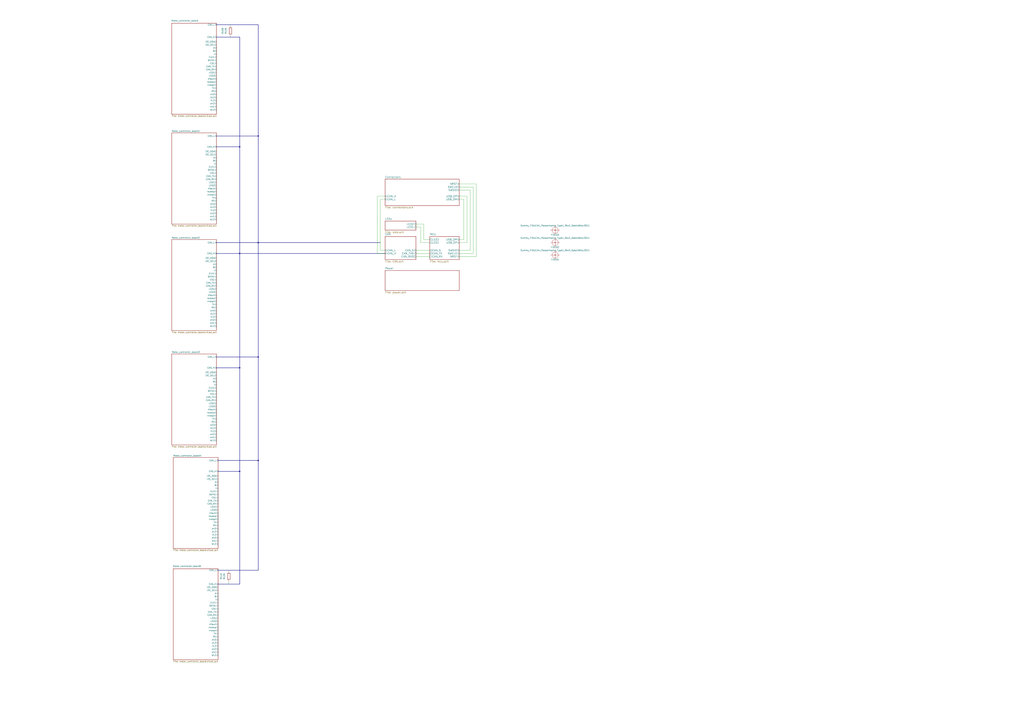
<source format=kicad_sch>
(kicad_sch
	(version 20231120)
	(generator "eeschema")
	(generator_version "8.0")
	(uuid "0d975edd-657e-4ffa-a06b-b9e7874b08d6")
	(paper "A1")
	(lib_symbols
		(symbol "Device:R"
			(pin_numbers hide)
			(pin_names
				(offset 0)
			)
			(exclude_from_sim no)
			(in_bom yes)
			(on_board yes)
			(property "Reference" "R"
				(at 2.032 0 90)
				(effects
					(font
						(size 1.27 1.27)
					)
				)
			)
			(property "Value" "R"
				(at 0 0 90)
				(effects
					(font
						(size 1.27 1.27)
					)
				)
			)
			(property "Footprint" ""
				(at -1.778 0 90)
				(effects
					(font
						(size 1.27 1.27)
					)
					(hide yes)
				)
			)
			(property "Datasheet" "~"
				(at 0 0 0)
				(effects
					(font
						(size 1.27 1.27)
					)
					(hide yes)
				)
			)
			(property "Description" "Resistor"
				(at 0 0 0)
				(effects
					(font
						(size 1.27 1.27)
					)
					(hide yes)
				)
			)
			(property "ki_keywords" "R res resistor"
				(at 0 0 0)
				(effects
					(font
						(size 1.27 1.27)
					)
					(hide yes)
				)
			)
			(property "ki_fp_filters" "R_*"
				(at 0 0 0)
				(effects
					(font
						(size 1.27 1.27)
					)
					(hide yes)
				)
			)
			(symbol "R_0_1"
				(rectangle
					(start -1.016 -2.54)
					(end 1.016 2.54)
					(stroke
						(width 0.254)
						(type default)
					)
					(fill
						(type none)
					)
				)
			)
			(symbol "R_1_1"
				(pin passive line
					(at 0 3.81 270)
					(length 1.27)
					(name "~"
						(effects
							(font
								(size 1.27 1.27)
							)
						)
					)
					(number "1"
						(effects
							(font
								(size 1.27 1.27)
							)
						)
					)
				)
				(pin passive line
					(at 0 -3.81 90)
					(length 1.27)
					(name "~"
						(effects
							(font
								(size 1.27 1.27)
							)
						)
					)
					(number "2"
						(effects
							(font
								(size 1.27 1.27)
							)
						)
					)
				)
			)
		)
		(symbol "candleLight-rescue:Dummy_FIDUCIAL_Passermarke_Type1_RevE_Date16Nov2011"
			(pin_numbers hide)
			(pin_names
				(offset 0) hide)
			(exclude_from_sim no)
			(in_bom yes)
			(on_board yes)
			(property "Reference" "FID"
				(at 0 3.81 0)
				(effects
					(font
						(size 1.27 1.27)
					)
				)
			)
			(property "Value" "Dummy_FIDUCIAL_Passermarke_Type1_RevE_Date16Nov2011"
				(at 0 -3.81 0)
				(effects
					(font
						(size 1.27 1.27)
					)
				)
			)
			(property "Footprint" ""
				(at 0 0 0)
				(effects
					(font
						(size 1.27 1.27)
					)
				)
			)
			(property "Datasheet" ""
				(at 0 0 0)
				(effects
					(font
						(size 1.27 1.27)
					)
				)
			)
			(property "Description" ""
				(at 0 0 0)
				(effects
					(font
						(size 1.27 1.27)
					)
					(hide yes)
				)
			)
			(property "Field5" ""
				(at 0 0 0)
				(effects
					(font
						(size 1.27 1.27)
					)
					(hide yes)
				)
			)
			(symbol "Dummy_FIDUCIAL_Passermarke_Type1_RevE_Date16Nov2011_0_1"
				(polyline
					(pts
						(xy -3.81 0) (xy 3.81 0)
					)
					(stroke
						(width 0)
						(type solid)
					)
					(fill
						(type none)
					)
				)
				(polyline
					(pts
						(xy 0 3.81) (xy 0 -3.81)
					)
					(stroke
						(width 0)
						(type solid)
					)
					(fill
						(type none)
					)
				)
				(circle
					(center 0 0)
					(radius 2.54)
					(stroke
						(width 0)
						(type solid)
					)
					(fill
						(type none)
					)
				)
			)
			(symbol "Dummy_FIDUCIAL_Passermarke_Type1_RevE_Date16Nov2011_1_1"
				(pin no_connect line
					(at 0 0 0)
					(length 0)
					(name "~"
						(effects
							(font
								(size 0.127 0.127)
							)
						)
					)
					(number "~"
						(effects
							(font
								(size 0.127 0.127)
							)
						)
					)
				)
			)
		)
	)
	(junction
		(at 212.09 378.46)
		(diameter 0)
		(color 0 0 0 0)
		(uuid "35623076-9986-42c0-8a1c-24f0aec52d95")
	)
	(junction
		(at 196.85 208.28)
		(diameter 0)
		(color 0 0 0 0)
		(uuid "3d5ab095-dcb1-48a7-89fd-eb1a1d8fcbdf")
	)
	(junction
		(at 212.09 293.37)
		(diameter 0)
		(color 0 0 0 0)
		(uuid "7936ea82-fc3f-4c7a-8f1a-5909be9da85b")
	)
	(junction
		(at 196.85 302.26)
		(diameter 0)
		(color 0 0 0 0)
		(uuid "945879af-3edb-4950-91ea-2a0d681ffcc7")
	)
	(junction
		(at 212.09 199.39)
		(diameter 0)
		(color 0 0 0 0)
		(uuid "9644f611-aae5-43e0-9b9f-7a66da31763d")
	)
	(junction
		(at 212.09 111.76)
		(diameter 0)
		(color 0 0 0 0)
		(uuid "bf09e5a2-dd05-42e1-a079-1cf754d38e50")
	)
	(junction
		(at 196.85 120.65)
		(diameter 0)
		(color 0 0 0 0)
		(uuid "c303975c-d855-4b72-bfdc-f3f0f80ff9d7")
	)
	(junction
		(at 196.85 387.35)
		(diameter 0)
		(color 0 0 0 0)
		(uuid "f2c3ab3c-3228-4b54-ae81-63edd86497a4")
	)
	(bus
		(pts
			(xy 212.09 199.39) (xy 312.42 199.39)
		)
		(stroke
			(width 0)
			(type default)
		)
		(uuid "085fa680-2665-4504-8c50-04681cf1b39f")
	)
	(wire
		(pts
			(xy 383.54 199.39) (xy 383.54 161.29)
		)
		(stroke
			(width 0)
			(type default)
		)
		(uuid "0b8dcf04-a1aa-4f0e-81cb-76007e84a2a6")
	)
	(bus
		(pts
			(xy 212.09 20.32) (xy 212.09 111.76)
		)
		(stroke
			(width 0)
			(type default)
		)
		(uuid "15d768b2-4fd7-4ee6-a5cc-5b1b02478522")
	)
	(bus
		(pts
			(xy 212.09 111.76) (xy 212.09 199.39)
		)
		(stroke
			(width 0)
			(type default)
		)
		(uuid "21711759-5646-4376-9471-5e459295a093")
	)
	(wire
		(pts
			(xy 381 196.85) (xy 377.19 196.85)
		)
		(stroke
			(width 0)
			(type default)
		)
		(uuid "238af596-64a2-49f5-af13-4da55e008133")
	)
	(wire
		(pts
			(xy 391.16 151.13) (xy 377.19 151.13)
		)
		(stroke
			(width 0)
			(type default)
		)
		(uuid "2b2a4286-33f5-458c-b0e9-eb392aedda00")
	)
	(wire
		(pts
			(xy 386.08 205.74) (xy 377.19 205.74)
		)
		(stroke
			(width 0)
			(type default)
		)
		(uuid "2f6b64f3-59c5-431e-b15f-5b744876729b")
	)
	(wire
		(pts
			(xy 341.63 210.82) (xy 353.06 210.82)
		)
		(stroke
			(width 0)
			(type default)
		)
		(uuid "2ff54b90-db09-4447-baa6-30a7d657feb0")
	)
	(wire
		(pts
			(xy 353.06 196.85) (xy 347.98 196.85)
		)
		(stroke
			(width 0)
			(type default)
		)
		(uuid "354aaf51-bbb5-47de-830c-c05086922667")
	)
	(wire
		(pts
			(xy 309.88 161.29) (xy 316.23 161.29)
		)
		(stroke
			(width 0)
			(type default)
		)
		(uuid "37907e2f-9336-420c-ab4d-e62138008442")
	)
	(bus
		(pts
			(xy 212.09 378.46) (xy 179.07 378.46)
		)
		(stroke
			(width 0)
			(type default)
		)
		(uuid "3a40cfe7-9568-4d02-9cd0-17ee6868c7ed")
	)
	(wire
		(pts
			(xy 189.23 20.32) (xy 189.23 21.59)
		)
		(stroke
			(width 0)
			(type default)
		)
		(uuid "443f8d9d-c04e-4c28-8038-3d266761e71e")
	)
	(bus
		(pts
			(xy 196.85 120.65) (xy 196.85 208.28)
		)
		(stroke
			(width 0)
			(type default)
		)
		(uuid "4db4e2bb-bb51-4738-a7b3-dc81192639e4")
	)
	(bus
		(pts
			(xy 196.85 208.28) (xy 316.23 208.28)
		)
		(stroke
			(width 0)
			(type default)
		)
		(uuid "53b53a72-d8c0-4d25-9049-37bcd5b05ab2")
	)
	(wire
		(pts
			(xy 345.44 186.69) (xy 341.63 186.69)
		)
		(stroke
			(width 0)
			(type default)
		)
		(uuid "570d65c1-fab0-4434-aee8-984be6d941b2")
	)
	(wire
		(pts
			(xy 377.19 210.82) (xy 391.16 210.82)
		)
		(stroke
			(width 0)
			(type default)
		)
		(uuid "5a7cc13a-bff3-456d-b536-ef7cf9c89ad7")
	)
	(wire
		(pts
			(xy 377.19 199.39) (xy 383.54 199.39)
		)
		(stroke
			(width 0)
			(type default)
		)
		(uuid "60f3902a-4bbe-434c-b3ce-30bf10444c8e")
	)
	(wire
		(pts
			(xy 391.16 210.82) (xy 391.16 151.13)
		)
		(stroke
			(width 0)
			(type default)
		)
		(uuid "67daf649-c908-45a3-97d7-b08f6b49c013")
	)
	(bus
		(pts
			(xy 177.8 30.48) (xy 196.85 30.48)
		)
		(stroke
			(width 0)
			(type default)
		)
		(uuid "6e56df5e-92b2-432c-ba74-d887e6869eef")
	)
	(wire
		(pts
			(xy 347.98 184.15) (xy 341.63 184.15)
		)
		(stroke
			(width 0)
			(type default)
		)
		(uuid "749c28da-3616-48d5-b3f4-aadf890c6a7b")
	)
	(bus
		(pts
			(xy 212.09 293.37) (xy 212.09 378.46)
		)
		(stroke
			(width 0)
			(type default)
		)
		(uuid "79bb6335-713e-4f6c-a17f-fd188a6eed18")
	)
	(wire
		(pts
			(xy 341.63 208.28) (xy 353.06 208.28)
		)
		(stroke
			(width 0)
			(type default)
		)
		(uuid "81c132fd-89e8-4408-8912-1ac69521da77")
	)
	(wire
		(pts
			(xy 187.96 477.52) (xy 187.96 480.06)
		)
		(stroke
			(width 0)
			(type default)
		)
		(uuid "87425597-d79b-4081-a8f1-4e9dc2ae9efe")
	)
	(bus
		(pts
			(xy 179.07 468.63) (xy 212.09 468.63)
		)
		(stroke
			(width 0)
			(type default)
		)
		(uuid "88d28375-c522-4671-b2d7-47594dbf8262")
	)
	(wire
		(pts
			(xy 187.96 468.63) (xy 187.96 469.9)
		)
		(stroke
			(width 0)
			(type default)
		)
		(uuid "8a569eb9-e75d-4bca-8ae2-9805d557b303")
	)
	(wire
		(pts
			(xy 345.44 199.39) (xy 345.44 186.69)
		)
		(stroke
			(width 0)
			(type default)
		)
		(uuid "8a8e52fc-e0e6-450d-9ae9-0e8c1940a468")
	)
	(wire
		(pts
			(xy 383.54 161.29) (xy 377.19 161.29)
		)
		(stroke
			(width 0)
			(type default)
		)
		(uuid "8b484edd-7db5-4f97-964c-b2ca6ba497a8")
	)
	(wire
		(pts
			(xy 347.98 196.85) (xy 347.98 184.15)
		)
		(stroke
			(width 0)
			(type default)
		)
		(uuid "92723eec-95e5-4303-8afc-fea9df204dbf")
	)
	(wire
		(pts
			(xy 381 163.83) (xy 377.19 163.83)
		)
		(stroke
			(width 0)
			(type default)
		)
		(uuid "9f1a5ba4-2a95-4da6-99ce-aa382a555dd5")
	)
	(wire
		(pts
			(xy 377.19 156.21) (xy 386.08 156.21)
		)
		(stroke
			(width 0)
			(type default)
		)
		(uuid "a3e72fed-a4bc-4b5d-96f4-b87375d886de")
	)
	(bus
		(pts
			(xy 196.85 208.28) (xy 196.85 302.26)
		)
		(stroke
			(width 0)
			(type default)
		)
		(uuid "a6663ee4-ef5a-4e2b-86d6-12fcafda6c65")
	)
	(wire
		(pts
			(xy 381 196.85) (xy 381 163.83)
		)
		(stroke
			(width 0)
			(type default)
		)
		(uuid "aaffe0b8-7b10-4528-b2fe-997ef3837246")
	)
	(wire
		(pts
			(xy 312.42 205.74) (xy 316.23 205.74)
		)
		(stroke
			(width 0)
			(type default)
		)
		(uuid "b310b88d-5159-4183-baea-86a1df4b259f")
	)
	(wire
		(pts
			(xy 316.23 208.28) (xy 309.88 208.28)
		)
		(stroke
			(width 0)
			(type default)
		)
		(uuid "b84962e8-102f-460a-a9f5-16b7d3ceab14")
	)
	(bus
		(pts
			(xy 212.09 378.46) (xy 212.09 468.63)
		)
		(stroke
			(width 0)
			(type default)
		)
		(uuid "ba793f0a-4024-4745-a218-d2f34c45cbac")
	)
	(wire
		(pts
			(xy 309.88 208.28) (xy 309.88 161.29)
		)
		(stroke
			(width 0)
			(type default)
		)
		(uuid "ba9a443c-36cf-4eea-bccf-390fa9a86e92")
	)
	(wire
		(pts
			(xy 386.08 156.21) (xy 386.08 205.74)
		)
		(stroke
			(width 0)
			(type default)
		)
		(uuid "c1570108-1164-4a4d-9807-352c634bcde7")
	)
	(wire
		(pts
			(xy 388.62 208.28) (xy 377.19 208.28)
		)
		(stroke
			(width 0)
			(type default)
		)
		(uuid "c8015c9c-395e-44d6-bb49-722e2c7d7082")
	)
	(bus
		(pts
			(xy 212.09 199.39) (xy 212.09 293.37)
		)
		(stroke
			(width 0)
			(type default)
		)
		(uuid "c8966624-2daf-44ab-9256-d753ce8374c5")
	)
	(bus
		(pts
			(xy 177.8 20.32) (xy 212.09 20.32)
		)
		(stroke
			(width 0)
			(type default)
		)
		(uuid "cae4e503-d73e-4ad5-a008-9c8bcf882271")
	)
	(bus
		(pts
			(xy 212.09 111.76) (xy 177.8 111.76)
		)
		(stroke
			(width 0)
			(type default)
		)
		(uuid "d0359d4b-58be-428f-bce1-e74fdef7e050")
	)
	(wire
		(pts
			(xy 388.62 153.67) (xy 377.19 153.67)
		)
		(stroke
			(width 0)
			(type default)
		)
		(uuid "d14216b1-7cfb-4538-ba1e-63068e97db4a")
	)
	(wire
		(pts
			(xy 189.23 29.21) (xy 189.23 30.48)
		)
		(stroke
			(width 0)
			(type default)
		)
		(uuid "dd77b355-5d5f-4ca3-9e28-7d8784b11edd")
	)
	(bus
		(pts
			(xy 179.07 480.06) (xy 196.85 480.06)
		)
		(stroke
			(width 0)
			(type default)
		)
		(uuid "e288d89d-596f-4b1d-a265-4e5e91fd3438")
	)
	(wire
		(pts
			(xy 341.63 205.74) (xy 353.06 205.74)
		)
		(stroke
			(width 0)
			(type default)
		)
		(uuid "e3df6f19-4576-467a-89d8-e377b55ee89f")
	)
	(bus
		(pts
			(xy 196.85 302.26) (xy 196.85 387.35)
		)
		(stroke
			(width 0)
			(type default)
		)
		(uuid "e43cb70c-17de-4367-a259-c1a47f37e906")
	)
	(bus
		(pts
			(xy 212.09 293.37) (xy 177.8 293.37)
		)
		(stroke
			(width 0)
			(type default)
		)
		(uuid "e5f668e8-b2b4-491f-b474-64917f74aced")
	)
	(bus
		(pts
			(xy 196.85 208.28) (xy 177.8 208.28)
		)
		(stroke
			(width 0)
			(type default)
		)
		(uuid "e66f4bde-e333-4770-afbb-27f8e0c07b7c")
	)
	(bus
		(pts
			(xy 196.85 302.26) (xy 177.8 302.26)
		)
		(stroke
			(width 0)
			(type default)
		)
		(uuid "ec8b9325-c64d-40af-8145-0abff575c4dc")
	)
	(wire
		(pts
			(xy 312.42 163.83) (xy 316.23 163.83)
		)
		(stroke
			(width 0)
			(type default)
		)
		(uuid "ecbdc66c-cb91-4efc-9455-0add0a1ffe6c")
	)
	(bus
		(pts
			(xy 196.85 30.48) (xy 196.85 120.65)
		)
		(stroke
			(width 0)
			(type default)
		)
		(uuid "ee2ba97d-6a41-47f8-bc1f-1d559de481fc")
	)
	(wire
		(pts
			(xy 388.62 208.28) (xy 388.62 153.67)
		)
		(stroke
			(width 0)
			(type default)
		)
		(uuid "f0f5876b-c5b7-48bf-ab19-887df7e2cd34")
	)
	(wire
		(pts
			(xy 312.42 205.74) (xy 312.42 163.83)
		)
		(stroke
			(width 0)
			(type default)
		)
		(uuid "f316e539-9ffe-445f-8830-d1edc913b6f4")
	)
	(bus
		(pts
			(xy 177.8 199.39) (xy 212.09 199.39)
		)
		(stroke
			(width 0)
			(type default)
		)
		(uuid "f5e53322-141a-4e27-9348-3a5f697c0026")
	)
	(bus
		(pts
			(xy 196.85 120.65) (xy 177.8 120.65)
		)
		(stroke
			(width 0)
			(type default)
		)
		(uuid "f60c0267-8e7b-4628-9739-0a3270c14ff2")
	)
	(wire
		(pts
			(xy 353.06 199.39) (xy 345.44 199.39)
		)
		(stroke
			(width 0)
			(type default)
		)
		(uuid "fe864c2f-c1c6-4039-8104-7d515c8a892e")
	)
	(bus
		(pts
			(xy 196.85 387.35) (xy 196.85 480.06)
		)
		(stroke
			(width 0)
			(type default)
		)
		(uuid "ff2fb8ab-6550-4729-ba5a-00f53206a9d1")
	)
	(bus
		(pts
			(xy 196.85 387.35) (xy 179.07 387.35)
		)
		(stroke
			(width 0)
			(type default)
		)
		(uuid "ffb92649-f077-4691-afbc-35519bbb9382")
	)
	(symbol
		(lib_id "candleLight-rescue:Dummy_FIDUCIAL_Passermarke_Type1_RevE_Date16Nov2011")
		(at 455.93 209.55 180)
		(unit 1)
		(exclude_from_sim no)
		(in_bom yes)
		(on_board yes)
		(dnp no)
		(uuid "00000000-0000-0000-0000-000056fc5cd2")
		(property "Reference" "FID101"
			(at 455.93 213.36 0)
			(effects
				(font
					(size 1.27 1.27)
				)
			)
		)
		(property "Value" "Dummy_FIDUCIAL_Passermarke_Type1_RevE_Date16Nov2011"
			(at 455.93 205.74 0)
			(effects
				(font
					(size 1.27 1.27)
				)
			)
		)
		(property "Footprint" "Fiducials:Fiducial_1mm_Dia_2.54mm_Outer_CopperTop"
			(at 455.93 209.55 0)
			(effects
				(font
					(size 1.27 1.27)
				)
				(hide yes)
			)
		)
		(property "Datasheet" ""
			(at 455.93 209.55 0)
			(effects
				(font
					(size 1.27 1.27)
				)
			)
		)
		(property "Description" ""
			(at 455.93 209.55 0)
			(effects
				(font
					(size 1.27 1.27)
				)
				(hide yes)
			)
		)
		(pin "~"
			(uuid "826e85db-7adb-491e-a30f-0d1f80beb538")
		)
		(instances
			(project ""
				(path "/a7c5f877-da93-493b-a81a-835318e2a893"
					(reference "FID101")
					(unit 1)
				)
			)
		)
	)
	(symbol
		(lib_id "candleLight-rescue:Dummy_FIDUCIAL_Passermarke_Type1_RevE_Date16Nov2011")
		(at 455.93 199.39 180)
		(unit 1)
		(exclude_from_sim no)
		(in_bom yes)
		(on_board yes)
		(dnp no)
		(uuid "00000000-0000-0000-0000-000056fc5dc9")
		(property "Reference" "FID102"
			(at 455.93 203.2 0)
			(effects
				(font
					(size 1.27 1.27)
				)
			)
		)
		(property "Value" "Dummy_FIDUCIAL_Passermarke_Type1_RevE_Date16Nov2011"
			(at 455.93 195.58 0)
			(effects
				(font
					(size 1.27 1.27)
				)
			)
		)
		(property "Footprint" "Fiducials:Fiducial_1mm_Dia_2.54mm_Outer_CopperTop"
			(at 455.93 199.39 0)
			(effects
				(font
					(size 1.27 1.27)
				)
				(hide yes)
			)
		)
		(property "Datasheet" ""
			(at 455.93 199.39 0)
			(effects
				(font
					(size 1.27 1.27)
				)
			)
		)
		(property "Description" ""
			(at 455.93 199.39 0)
			(effects
				(font
					(size 1.27 1.27)
				)
				(hide yes)
			)
		)
		(pin "~"
			(uuid "526db8f1-a3ea-4401-b0e5-4ae527d84fc8")
		)
		(instances
			(project ""
				(path "/a7c5f877-da93-493b-a81a-835318e2a893"
					(reference "FID102")
					(unit 1)
				)
			)
		)
	)
	(symbol
		(lib_id "candleLight-rescue:Dummy_FIDUCIAL_Passermarke_Type1_RevE_Date16Nov2011")
		(at 455.93 189.23 180)
		(unit 1)
		(exclude_from_sim no)
		(in_bom yes)
		(on_board yes)
		(dnp no)
		(uuid "00000000-0000-0000-0000-000056fc6d4e")
		(property "Reference" "FID103"
			(at 455.93 193.04 0)
			(effects
				(font
					(size 1.27 1.27)
				)
			)
		)
		(property "Value" "Dummy_FIDUCIAL_Passermarke_Type1_RevE_Date16Nov2011"
			(at 455.93 185.42 0)
			(effects
				(font
					(size 1.27 1.27)
				)
			)
		)
		(property "Footprint" "Fiducials:Fiducial_1mm_Dia_2.54mm_Outer_CopperTop"
			(at 455.93 189.23 0)
			(effects
				(font
					(size 1.27 1.27)
				)
				(hide yes)
			)
		)
		(property "Datasheet" ""
			(at 455.93 189.23 0)
			(effects
				(font
					(size 1.27 1.27)
				)
			)
		)
		(property "Description" ""
			(at 455.93 189.23 0)
			(effects
				(font
					(size 1.27 1.27)
				)
				(hide yes)
			)
		)
		(pin "~"
			(uuid "3f12f191-ad58-4114-ba21-0b3a6483b147")
		)
		(instances
			(project ""
				(path "/a7c5f877-da93-493b-a81a-835318e2a893"
					(reference "FID103")
					(unit 1)
				)
			)
		)
	)
	(symbol
		(lib_id "Device:R")
		(at 189.23 25.4 180)
		(unit 1)
		(exclude_from_sim no)
		(in_bom yes)
		(on_board yes)
		(dnp no)
		(fields_autoplaced yes)
		(uuid "25569756-6f6e-4e86-ad91-8dbe83be6be3")
		(property "Reference" "R109"
			(at 182.88 25.4 90)
			(effects
				(font
					(size 1.27 1.27)
				)
			)
		)
		(property "Value" "R120"
			(at 185.42 25.4 90)
			(effects
				(font
					(size 1.27 1.27)
				)
			)
		)
		(property "Footprint" ""
			(at 191.008 25.4 90)
			(effects
				(font
					(size 1.27 1.27)
				)
				(hide yes)
			)
		)
		(property "Datasheet" "~"
			(at 189.23 25.4 0)
			(effects
				(font
					(size 1.27 1.27)
				)
				(hide yes)
			)
		)
		(property "Description" "Resistor"
			(at 189.23 25.4 0)
			(effects
				(font
					(size 1.27 1.27)
				)
				(hide yes)
			)
		)
		(pin "2"
			(uuid "1fb26754-211a-4c92-a2fc-b0d49a125040")
		)
		(pin "1"
			(uuid "1936444f-96ca-400f-943b-f016ba840c8c")
		)
		(instances
			(project ""
				(path "/0d975edd-657e-4ffa-a06b-b9e7874b08d6"
					(reference "R109")
					(unit 1)
				)
			)
		)
	)
	(symbol
		(lib_id "Device:R")
		(at 187.96 473.71 180)
		(unit 1)
		(exclude_from_sim no)
		(in_bom yes)
		(on_board yes)
		(dnp no)
		(fields_autoplaced yes)
		(uuid "d97d5b79-7408-4f65-926a-90ebd9f3f529")
		(property "Reference" "R110"
			(at 181.61 473.71 90)
			(effects
				(font
					(size 1.27 1.27)
				)
			)
		)
		(property "Value" "R120"
			(at 184.15 473.71 90)
			(effects
				(font
					(size 1.27 1.27)
				)
			)
		)
		(property "Footprint" ""
			(at 189.738 473.71 90)
			(effects
				(font
					(size 1.27 1.27)
				)
				(hide yes)
			)
		)
		(property "Datasheet" "~"
			(at 187.96 473.71 0)
			(effects
				(font
					(size 1.27 1.27)
				)
				(hide yes)
			)
		)
		(property "Description" "Resistor"
			(at 187.96 473.71 0)
			(effects
				(font
					(size 1.27 1.27)
				)
				(hide yes)
			)
		)
		(pin "2"
			(uuid "60f92b90-6f8b-47b7-833c-4cdf61146717")
		)
		(pin "1"
			(uuid "bef7a100-d98d-4be0-927e-a349930da6aa")
		)
		(instances
			(project "Controllers"
				(path "/0d975edd-657e-4ffa-a06b-b9e7874b08d6"
					(reference "R110")
					(unit 1)
				)
			)
		)
	)
	(sheet
		(at 353.06 194.31)
		(size 24.13 19.05)
		(fields_autoplaced yes)
		(stroke
			(width 0)
			(type solid)
		)
		(fill
			(color 0 0 0 0.0000)
		)
		(uuid "00000000-0000-0000-0000-000056f3b16b")
		(property "Sheetname" "MCU"
			(at 353.06 193.4714 0)
			(effects
				(font
					(size 1.524 1.524)
				)
				(justify left bottom)
			)
		)
		(property "Sheetfile" "mcu.sch"
			(at 353.06 214.0462 0)
			(effects
				(font
					(size 1.524 1.524)
				)
				(justify left top)
			)
		)
		(pin "NRST" bidirectional
			(at 377.19 210.82 0)
			(effects
				(font
					(size 1.524 1.524)
				)
				(justify right)
			)
			(uuid "6208ce85-2766-404b-95be-9a533af094e1")
		)
		(pin "SWCLK" input
			(at 377.19 208.28 0)
			(effects
				(font
					(size 1.524 1.524)
				)
				(justify right)
			)
			(uuid "367d53ca-e12f-4e4f-b939-040e76a4cc65")
		)
		(pin "SWDIO" bidirectional
			(at 377.19 205.74 0)
			(effects
				(font
					(size 1.524 1.524)
				)
				(justify right)
			)
			(uuid "b3c16861-fb5d-4377-a8a4-5adb3fb45c6e")
		)
		(pin "USB_DP" bidirectional
			(at 377.19 199.39 0)
			(effects
				(font
					(size 1.524 1.524)
				)
				(justify right)
			)
			(uuid "ae9eb28a-69e7-445d-89ea-0a3b3e32144f")
		)
		(pin "USB_DM" bidirectional
			(at 377.19 196.85 0)
			(effects
				(font
					(size 1.524 1.524)
				)
				(justify right)
			)
			(uuid "746ad7f7-2796-4fce-9c52-db7a747e62b5")
		)
		(pin "CAN_TX" output
			(at 353.06 208.28 180)
			(effects
				(font
					(size 1.524 1.524)
				)
				(justify left)
			)
			(uuid "51436218-f56f-47aa-a760-a6637a9dc963")
		)
		(pin "LED2" output
			(at 353.06 196.85 180)
			(effects
				(font
					(size 1.524 1.524)
				)
				(justify left)
			)
			(uuid "1baee1a0-7dad-452f-9e16-06dc2c371cd2")
		)
		(pin "LED1" output
			(at 353.06 199.39 180)
			(effects
				(font
					(size 1.524 1.524)
				)
				(justify left)
			)
			(uuid "206fef79-371b-455f-a47e-a0894597ced2")
		)
		(pin "CAN_S" output
			(at 353.06 205.74 180)
			(effects
				(font
					(size 1.524 1.524)
				)
				(justify left)
			)
			(uuid "73e17dca-168c-437b-8ed3-6d04dca9fa8b")
		)
		(pin "CAN_RX" input
			(at 353.06 210.82 180)
			(effects
				(font
					(size 1.524 1.524)
				)
				(justify left)
			)
			(uuid "9237c737-a98b-44fe-a77d-0b19b3a358e8")
		)
		(instances
			(project "candleLight"
				(path "/a7c5f877-da93-493b-a81a-835318e2a893"
					(page "3")
				)
			)
		)
	)
	(sheet
		(at 316.23 222.25)
		(size 60.96 16.51)
		(fields_autoplaced yes)
		(stroke
			(width 0)
			(type solid)
		)
		(fill
			(color 0 0 0 0.0000)
		)
		(uuid "00000000-0000-0000-0000-000056f3b1a0")
		(property "Sheetname" "Power"
			(at 316.23 221.4114 0)
			(effects
				(font
					(size 1.524 1.524)
				)
				(justify left bottom)
			)
		)
		(property "Sheetfile" "power.sch"
			(at 316.23 239.4462 0)
			(effects
				(font
					(size 1.524 1.524)
				)
				(justify left top)
			)
		)
		(instances
			(project "candleLight"
				(path "/a7c5f877-da93-493b-a81a-835318e2a893"
					(page "2")
				)
			)
		)
	)
	(sheet
		(at 316.23 194.31)
		(size 25.4 19.05)
		(fields_autoplaced yes)
		(stroke
			(width 0)
			(type solid)
		)
		(fill
			(color 0 0 0 0.0000)
		)
		(uuid "00000000-0000-0000-0000-000056f3b1ac")
		(property "Sheetname" "CAN"
			(at 316.23 193.4714 0)
			(effects
				(font
					(size 1.524 1.524)
				)
				(justify left bottom)
			)
		)
		(property "Sheetfile" "CAN.sch"
			(at 316.23 214.0462 0)
			(effects
				(font
					(size 1.524 1.524)
				)
				(justify left top)
			)
		)
		(pin "CAN_TXD" input
			(at 341.63 208.28 0)
			(effects
				(font
					(size 1.524 1.524)
				)
				(justify right)
			)
			(uuid "51608490-d915-4bcd-9c5a-e2d153e457b7")
		)
		(pin "CAN_RXD" output
			(at 341.63 210.82 0)
			(effects
				(font
					(size 1.524 1.524)
				)
				(justify right)
			)
			(uuid "65e94846-5d88-4db4-84a4-229aa4738731")
		)
		(pin "CAN_S" input
			(at 341.63 205.74 0)
			(effects
				(font
					(size 1.524 1.524)
				)
				(justify right)
			)
			(uuid "13da94f9-73cc-4365-a66d-4c79fd91628b")
		)
		(pin "CAN_H" bidirectional
			(at 316.23 208.28 180)
			(effects
				(font
					(size 1.524 1.524)
				)
				(justify left)
			)
			(uuid "2749fb63-38a8-4be1-9b3a-2ff3a6cd9f59")
		)
		(pin "CAN_L" bidirectional
			(at 316.23 205.74 180)
			(effects
				(font
					(size 1.524 1.524)
				)
				(justify left)
			)
			(uuid "60396325-4d52-477b-9491-d85aec5542d6")
		)
		(instances
			(project "candleLight"
				(path "/a7c5f877-da93-493b-a81a-835318e2a893"
					(page "5")
				)
			)
		)
	)
	(sheet
		(at 316.23 147.32)
		(size 60.96 21.59)
		(fields_autoplaced yes)
		(stroke
			(width 0)
			(type solid)
		)
		(fill
			(color 0 0 0 0.0000)
		)
		(uuid "00000000-0000-0000-0000-000056f568c1")
		(property "Sheetname" "Connectors"
			(at 316.23 146.4814 0)
			(effects
				(font
					(size 1.524 1.524)
				)
				(justify left bottom)
			)
		)
		(property "Sheetfile" "connectors.sch"
			(at 316.23 169.5962 0)
			(effects
				(font
					(size 1.524 1.524)
				)
				(justify left top)
			)
		)
		(pin "CAN_L" bidirectional
			(at 316.23 163.83 180)
			(effects
				(font
					(size 1.524 1.524)
				)
				(justify left)
			)
			(uuid "8237002b-6f0f-43f7-8328-ef844b068dc3")
		)
		(pin "CAN_H" bidirectional
			(at 316.23 161.29 180)
			(effects
				(font
					(size 1.524 1.524)
				)
				(justify left)
			)
			(uuid "d7f8e6d4-546e-466f-956c-e621d55933cb")
		)
		(pin "USB_DM" bidirectional
			(at 377.19 163.83 0)
			(effects
				(font
					(size 1.524 1.524)
				)
				(justify right)
			)
			(uuid "7fe4c7fd-8b5e-468b-9107-5e131b39436d")
		)
		(pin "USB_DP" bidirectional
			(at 377.19 161.29 0)
			(effects
				(font
					(size 1.524 1.524)
				)
				(justify right)
			)
			(uuid "c0fc88ac-9c61-4b6a-8623-0cfeac5fc7c8")
		)
		(pin "SWCLK" output
			(at 377.19 153.67 0)
			(effects
				(font
					(size 1.524 1.524)
				)
				(justify right)
			)
			(uuid "a84d424e-8683-435f-9810-89886e8aa4cf")
		)
		(pin "SWDIO" bidirectional
			(at 377.19 156.21 0)
			(effects
				(font
					(size 1.524 1.524)
				)
				(justify right)
			)
			(uuid "f8dfd596-6375-48fc-ba2b-bef932d381cb")
		)
		(pin "NRST" bidirectional
			(at 377.19 151.13 0)
			(effects
				(font
					(size 1.524 1.524)
				)
				(justify right)
			)
			(uuid "7d66edbb-4d0b-4763-a243-cfaf546c10ac")
		)
		(instances
			(project "candleLight"
				(path "/a7c5f877-da93-493b-a81a-835318e2a893"
					(page "4")
				)
			)
		)
	)
	(sheet
		(at 316.23 181.61)
		(size 25.4 7.62)
		(fields_autoplaced yes)
		(stroke
			(width 0)
			(type solid)
		)
		(fill
			(color 0 0 0 0.0000)
		)
		(uuid "00000000-0000-0000-0000-000056f5f6f8")
		(property "Sheetname" "LEDs"
			(at 316.23 180.7714 0)
			(effects
				(font
					(size 1.524 1.524)
				)
				(justify left bottom)
			)
		)
		(property "Sheetfile" "leds.sch"
			(at 316.23 189.9162 0)
			(effects
				(font
					(size 1.524 1.524)
				)
				(justify left top)
			)
		)
		(pin "LED2" input
			(at 341.63 184.15 0)
			(effects
				(font
					(size 1.524 1.524)
				)
				(justify right)
			)
			(uuid "32b44f2c-e720-49ba-be55-e571fd1cb542")
		)
		(pin "LED1" input
			(at 341.63 186.69 0)
			(effects
				(font
					(size 1.524 1.524)
				)
				(justify right)
			)
			(uuid "f7362c03-62de-41fd-a1ff-c1d84b9bb437")
		)
		(instances
			(project "candleLight"
				(path "/a7c5f877-da93-493b-a81a-835318e2a893"
					(page "6")
				)
			)
		)
	)
	(sheet
		(at 140.97 19.05)
		(size 36.83 74.93)
		(stroke
			(width 0.1524)
			(type solid)
		)
		(fill
			(color 0 0 0 0.0000)
		)
		(uuid "566aeadd-41eb-48d5-bdea-638f7a89d2bc")
		(property "Sheetname" "Motor_controller_board"
			(at 140.716 17.78 0)
			(effects
				(font
					(size 1.27 1.27)
				)
				(justify left bottom)
			)
		)
		(property "Sheetfile" "motor_controller_board.kicad_sch"
			(at 140.97 94.5646 0)
			(effects
				(font
					(size 1.27 1.27)
				)
				(justify left top)
			)
		)
		(pin "A" input
			(at 177.8 39.37 0)
			(effects
				(font
					(size 1.27 1.27)
				)
				(justify right)
			)
			(uuid "3b3042c4-f65a-4431-b4d7-9a6dde9631c0")
		)
		(pin "I" input
			(at 177.8 44.45 0)
			(effects
				(font
					(size 1.27 1.27)
				)
				(justify right)
			)
			(uuid "34e25fed-495f-450e-8462-770c400ca52e")
		)
		(pin "B" input
			(at 177.8 41.91 0)
			(effects
				(font
					(size 1.27 1.27)
				)
				(justify right)
			)
			(uuid "af56f0a3-4a0c-4fae-af47-a3e05909c6d8")
		)
		(pin "CLK1" input
			(at 177.8 46.99 0)
			(effects
				(font
					(size 1.27 1.27)
				)
				(justify right)
			)
			(uuid "53662f81-9012-453f-b9ad-7b9395611880")
		)
		(pin "DATA1" input
			(at 177.8 49.53 0)
			(effects
				(font
					(size 1.27 1.27)
				)
				(justify right)
			)
			(uuid "e9d473e1-5568-4640-907b-f03813bcf1c9")
		)
		(pin "CS1" input
			(at 177.8 52.07 0)
			(effects
				(font
					(size 1.27 1.27)
				)
				(justify right)
			)
			(uuid "256a2de7-10a3-494b-9523-fb3908ce5e43")
		)
		(pin "I2C_SCL" output
			(at 177.8 36.83 0)
			(effects
				(font
					(size 1.27 1.27)
				)
				(justify right)
			)
			(uuid "d044deb7-fb3e-4e73-b2f0-fe69c37df74d")
		)
		(pin "I2C_SDA" output
			(at 177.8 34.29 0)
			(effects
				(font
					(size 1.27 1.27)
				)
				(justify right)
			)
			(uuid "658b06e4-7557-4f4a-8a0a-ff07da1349f4")
		)
		(pin "CAN_TX" input
			(at 177.8 54.61 0)
			(effects
				(font
					(size 1.27 1.27)
				)
				(justify right)
			)
			(uuid "bd2f3af3-2e01-41a8-9023-3b3f788f99bc")
		)
		(pin "CAN_RX" input
			(at 177.8 57.15 0)
			(effects
				(font
					(size 1.27 1.27)
				)
				(justify right)
			)
			(uuid "7877cf5d-2b43-401e-a5fd-62aa89cfc1f9")
		)
		(pin "LED1" output
			(at 177.8 59.69 0)
			(effects
				(font
					(size 1.27 1.27)
				)
				(justify right)
			)
			(uuid "b718de60-0aa7-4a3b-bf12-3c5c82656bc0")
		)
		(pin "LED2" output
			(at 177.8 62.23 0)
			(effects
				(font
					(size 1.27 1.27)
				)
				(justify right)
			)
			(uuid "7549770a-cccf-409c-ba0b-95c4fa431fc1")
		)
		(pin "nfault" input
			(at 177.8 64.77 0)
			(effects
				(font
					(size 1.27 1.27)
				)
				(justify right)
			)
			(uuid "fde03cb5-2765-4d6e-8171-c7aff1180870")
		)
		(pin "nsleep" input
			(at 177.8 67.31 0)
			(effects
				(font
					(size 1.27 1.27)
				)
				(justify right)
			)
			(uuid "0c31bad7-0c75-4f37-a556-7391bdedac5b")
		)
		(pin "nreset" input
			(at 177.8 69.85 0)
			(effects
				(font
					(size 1.27 1.27)
				)
				(justify right)
			)
			(uuid "c58ae39b-9d70-4123-8828-b9bb759e4bab")
		)
		(pin "TX" input
			(at 177.8 72.39 0)
			(effects
				(font
					(size 1.27 1.27)
				)
				(justify right)
			)
			(uuid "34f23371-c42f-4536-aa04-78a17bfdbc11")
		)
		(pin "RX" input
			(at 177.8 74.93 0)
			(effects
				(font
					(size 1.27 1.27)
				)
				(justify right)
			)
			(uuid "0146919b-51d0-4b0a-a415-2f64578aa8d6")
		)
		(pin "en3" input
			(at 177.8 77.47 0)
			(effects
				(font
					(size 1.27 1.27)
				)
				(justify right)
			)
			(uuid "3c8236c4-4ea1-4d8e-8f7b-2919791cfa51")
		)
		(pin "UL2" input
			(at 177.8 80.01 0)
			(effects
				(font
					(size 1.27 1.27)
				)
				(justify right)
			)
			(uuid "4d2d297f-608c-4542-9029-3dd0407d95d1")
		)
		(pin "VL2" input
			(at 177.8 82.55 0)
			(effects
				(font
					(size 1.27 1.27)
				)
				(justify right)
			)
			(uuid "ef0f6efd-65f5-49fb-9d4c-4ef9169da568")
		)
		(pin "en2" input
			(at 177.8 85.09 0)
			(effects
				(font
					(size 1.27 1.27)
				)
				(justify right)
			)
			(uuid "a0e45896-9393-4987-bd56-95d3ff50a3c2")
		)
		(pin "en1" input
			(at 177.8 87.63 0)
			(effects
				(font
					(size 1.27 1.27)
				)
				(justify right)
			)
			(uuid "2b0d95f3-cd88-4eff-96ad-ae6c6317f580")
		)
		(pin "WL2" input
			(at 177.8 90.17 0)
			(effects
				(font
					(size 1.27 1.27)
				)
				(justify right)
			)
			(uuid "ee75af67-e735-47d1-87f6-5bb8d18747de")
		)
		(pin "CAN_H" input
			(at 177.8 30.48 0)
			(effects
				(font
					(size 1.27 1.27)
				)
				(justify right)
			)
			(uuid "44b6ae21-646f-4245-880b-22427a2115c0")
		)
		(pin "CAN_L" input
			(at 177.8 20.32 0)
			(effects
				(font
					(size 1.27 1.27)
				)
				(justify right)
			)
			(uuid "b62340f9-dffb-4f4d-9142-9373144c9d24")
		)
		(instances
			(project "Controllers"
				(path "/0d975edd-657e-4ffa-a06b-b9e7874b08d6"
					(page "2")
				)
			)
		)
	)
	(sheet
		(at 140.97 196.85)
		(size 36.83 74.93)
		(fields_autoplaced yes)
		(stroke
			(width 0.1524)
			(type solid)
		)
		(fill
			(color 0 0 0 0.0000)
		)
		(uuid "84a566cc-f2e8-4fc8-a252-ad30892a4c45")
		(property "Sheetname" "Motor_controller_board2"
			(at 140.97 196.1384 0)
			(effects
				(font
					(size 1.27 1.27)
				)
				(justify left bottom)
			)
		)
		(property "Sheetfile" "motor_controller_board.kicad_sch"
			(at 140.97 272.3646 0)
			(effects
				(font
					(size 1.27 1.27)
				)
				(justify left top)
			)
		)
		(pin "A" input
			(at 177.8 217.17 0)
			(effects
				(font
					(size 1.27 1.27)
				)
				(justify right)
			)
			(uuid "5f715029-39c2-4815-a3c1-29b51e40d2a4")
		)
		(pin "I" input
			(at 177.8 222.25 0)
			(effects
				(font
					(size 1.27 1.27)
				)
				(justify right)
			)
			(uuid "f5e750d5-9bb7-4ec5-b31f-e2cd54d52eba")
		)
		(pin "B" input
			(at 177.8 219.71 0)
			(effects
				(font
					(size 1.27 1.27)
				)
				(justify right)
			)
			(uuid "b7fc21a8-dd9e-411a-be35-6459287f632a")
		)
		(pin "CLK1" input
			(at 177.8 224.79 0)
			(effects
				(font
					(size 1.27 1.27)
				)
				(justify right)
			)
			(uuid "85ea84b6-3db8-4a82-8ee9-9a367c2a5fb7")
		)
		(pin "DATA1" input
			(at 177.8 227.33 0)
			(effects
				(font
					(size 1.27 1.27)
				)
				(justify right)
			)
			(uuid "a975871a-839e-4da2-b4db-2719482e9556")
		)
		(pin "CS1" input
			(at 177.8 229.87 0)
			(effects
				(font
					(size 1.27 1.27)
				)
				(justify right)
			)
			(uuid "bd9fc947-377f-46db-b260-6103cffa2928")
		)
		(pin "I2C_SCL" output
			(at 177.8 214.63 0)
			(effects
				(font
					(size 1.27 1.27)
				)
				(justify right)
			)
			(uuid "db16dba5-b553-4b52-96d0-d421b7491fa4")
		)
		(pin "I2C_SDA" output
			(at 177.8 212.09 0)
			(effects
				(font
					(size 1.27 1.27)
				)
				(justify right)
			)
			(uuid "32bbdc3e-c751-4e46-8216-0fe2f2f1479a")
		)
		(pin "CAN_TX" input
			(at 177.8 232.41 0)
			(effects
				(font
					(size 1.27 1.27)
				)
				(justify right)
			)
			(uuid "3e7767fb-9a1f-4aa1-b7ff-195b54c1ed40")
		)
		(pin "CAN_RX" input
			(at 177.8 234.95 0)
			(effects
				(font
					(size 1.27 1.27)
				)
				(justify right)
			)
			(uuid "307a2eea-46fc-48ef-9405-d8bad77b85cc")
		)
		(pin "LED1" output
			(at 177.8 237.49 0)
			(effects
				(font
					(size 1.27 1.27)
				)
				(justify right)
			)
			(uuid "c324d7e4-7b01-4b06-8023-6e0081e754a1")
		)
		(pin "LED2" output
			(at 177.8 240.03 0)
			(effects
				(font
					(size 1.27 1.27)
				)
				(justify right)
			)
			(uuid "63a8afa9-9046-4729-9c3e-7eefc7f38d14")
		)
		(pin "nfault" input
			(at 177.8 242.57 0)
			(effects
				(font
					(size 1.27 1.27)
				)
				(justify right)
			)
			(uuid "d32079b9-1f32-47d9-819d-f86946919fd3")
		)
		(pin "nsleep" input
			(at 177.8 245.11 0)
			(effects
				(font
					(size 1.27 1.27)
				)
				(justify right)
			)
			(uuid "8be81b49-4375-4a3c-82ed-646b71d7cb01")
		)
		(pin "nreset" input
			(at 177.8 247.65 0)
			(effects
				(font
					(size 1.27 1.27)
				)
				(justify right)
			)
			(uuid "78e02edf-3e10-4499-bba6-a07d5eaf8126")
		)
		(pin "TX" input
			(at 177.8 250.19 0)
			(effects
				(font
					(size 1.27 1.27)
				)
				(justify right)
			)
			(uuid "6f11428b-c04b-4fc7-9841-106962856a05")
		)
		(pin "RX" input
			(at 177.8 252.73 0)
			(effects
				(font
					(size 1.27 1.27)
				)
				(justify right)
			)
			(uuid "bf96ebf5-6478-4170-90fe-d429214b07a5")
		)
		(pin "en3" input
			(at 177.8 255.27 0)
			(effects
				(font
					(size 1.27 1.27)
				)
				(justify right)
			)
			(uuid "9584f24d-ad0a-4baf-a482-9966f5823725")
		)
		(pin "UL2" input
			(at 177.8 257.81 0)
			(effects
				(font
					(size 1.27 1.27)
				)
				(justify right)
			)
			(uuid "fcbdee78-da7e-497c-8f2a-6a35a8e60142")
		)
		(pin "VL2" input
			(at 177.8 260.35 0)
			(effects
				(font
					(size 1.27 1.27)
				)
				(justify right)
			)
			(uuid "652dea65-1878-4344-8046-2300eb9776e7")
		)
		(pin "en2" input
			(at 177.8 262.89 0)
			(effects
				(font
					(size 1.27 1.27)
				)
				(justify right)
			)
			(uuid "75593e59-9786-4da6-a13d-fe038d708168")
		)
		(pin "en1" input
			(at 177.8 265.43 0)
			(effects
				(font
					(size 1.27 1.27)
				)
				(justify right)
			)
			(uuid "346672ec-c36f-49f0-8981-d003244faad1")
		)
		(pin "WL2" input
			(at 177.8 267.97 0)
			(effects
				(font
					(size 1.27 1.27)
				)
				(justify right)
			)
			(uuid "578508b3-4f2b-4314-abdb-bd95158e956d")
		)
		(pin "CAN_H" input
			(at 177.8 208.28 0)
			(effects
				(font
					(size 1.27 1.27)
				)
				(justify right)
			)
			(uuid "f6b2ca19-f9d7-49ee-879b-652017adde49")
		)
		(pin "CAN_L" input
			(at 177.8 199.39 0)
			(effects
				(font
					(size 1.27 1.27)
				)
				(justify right)
			)
			(uuid "a295d2ea-7416-4539-be8e-4db34c38317f")
		)
		(instances
			(project "Controllers"
				(path "/0d975edd-657e-4ffa-a06b-b9e7874b08d6"
					(page "4")
				)
			)
		)
	)
	(sheet
		(at 142.24 467.36)
		(size 36.83 74.93)
		(stroke
			(width 0.1524)
			(type solid)
		)
		(fill
			(color 0 0 0 0.0000)
		)
		(uuid "94a97176-1c82-4caa-abf9-bf78f3201000")
		(property "Sheetname" "Motor_controller_board5"
			(at 141.986 466.09 0)
			(effects
				(font
					(size 1.27 1.27)
				)
				(justify left bottom)
			)
		)
		(property "Sheetfile" "motor_controller_board.kicad_sch"
			(at 142.24 542.8746 0)
			(effects
				(font
					(size 1.27 1.27)
				)
				(justify left top)
			)
		)
		(pin "A" input
			(at 179.07 487.68 0)
			(effects
				(font
					(size 1.27 1.27)
				)
				(justify right)
			)
			(uuid "6a90d06d-c4b6-47cb-b0b6-414c9b7283be")
		)
		(pin "I" input
			(at 179.07 492.76 0)
			(effects
				(font
					(size 1.27 1.27)
				)
				(justify right)
			)
			(uuid "e0f950cf-4a5a-4af2-a294-f47d66137905")
		)
		(pin "B" input
			(at 179.07 490.22 0)
			(effects
				(font
					(size 1.27 1.27)
				)
				(justify right)
			)
			(uuid "c86905b9-b08f-444d-9f67-a4ac2d8a0db1")
		)
		(pin "CLK1" input
			(at 179.07 495.3 0)
			(effects
				(font
					(size 1.27 1.27)
				)
				(justify right)
			)
			(uuid "3c04c276-272b-4035-b3af-a46c73f11b09")
		)
		(pin "DATA1" input
			(at 179.07 497.84 0)
			(effects
				(font
					(size 1.27 1.27)
				)
				(justify right)
			)
			(uuid "fad7717a-435a-4e3b-95a6-bdc8529a85cb")
		)
		(pin "CS1" input
			(at 179.07 500.38 0)
			(effects
				(font
					(size 1.27 1.27)
				)
				(justify right)
			)
			(uuid "43f67887-aa47-49c0-9931-70d4b5849bf9")
		)
		(pin "I2C_SCL" output
			(at 179.07 485.14 0)
			(effects
				(font
					(size 1.27 1.27)
				)
				(justify right)
			)
			(uuid "294acb8a-eff9-43e0-bfff-fc3e4666a506")
		)
		(pin "I2C_SDA" output
			(at 179.07 482.6 0)
			(effects
				(font
					(size 1.27 1.27)
				)
				(justify right)
			)
			(uuid "c9ec7c98-bf58-41d4-a9af-576d610840dd")
		)
		(pin "CAN_TX" input
			(at 179.07 502.92 0)
			(effects
				(font
					(size 1.27 1.27)
				)
				(justify right)
			)
			(uuid "484b29cd-75fe-40c1-b0dc-08b3a6f44260")
		)
		(pin "CAN_RX" input
			(at 179.07 505.46 0)
			(effects
				(font
					(size 1.27 1.27)
				)
				(justify right)
			)
			(uuid "211a4ce7-6b36-4f2d-9013-ccd63b977d0b")
		)
		(pin "LED1" output
			(at 179.07 508 0)
			(effects
				(font
					(size 1.27 1.27)
				)
				(justify right)
			)
			(uuid "f151975c-2617-4a30-a582-8e753d0280dd")
		)
		(pin "LED2" output
			(at 179.07 510.54 0)
			(effects
				(font
					(size 1.27 1.27)
				)
				(justify right)
			)
			(uuid "c5c8a3f5-9f07-4415-b8f5-be9145a97e7d")
		)
		(pin "nfault" input
			(at 179.07 513.08 0)
			(effects
				(font
					(size 1.27 1.27)
				)
				(justify right)
			)
			(uuid "6acc7512-847a-47b7-b04a-660a33792efa")
		)
		(pin "nsleep" input
			(at 179.07 515.62 0)
			(effects
				(font
					(size 1.27 1.27)
				)
				(justify right)
			)
			(uuid "55b217bb-f932-4858-8593-0a2faf7eb323")
		)
		(pin "nreset" input
			(at 179.07 518.16 0)
			(effects
				(font
					(size 1.27 1.27)
				)
				(justify right)
			)
			(uuid "b3896ebd-212e-4b82-99c7-6d9c5a59f354")
		)
		(pin "TX" input
			(at 179.07 520.7 0)
			(effects
				(font
					(size 1.27 1.27)
				)
				(justify right)
			)
			(uuid "20bd8d16-ffbb-421f-960e-1c903cc97a39")
		)
		(pin "RX" input
			(at 179.07 523.24 0)
			(effects
				(font
					(size 1.27 1.27)
				)
				(justify right)
			)
			(uuid "e5770e60-f8da-4722-a905-7bede48d8349")
		)
		(pin "en3" input
			(at 179.07 525.78 0)
			(effects
				(font
					(size 1.27 1.27)
				)
				(justify right)
			)
			(uuid "43142f20-aa40-419f-a933-75ce7d50263a")
		)
		(pin "UL2" input
			(at 179.07 528.32 0)
			(effects
				(font
					(size 1.27 1.27)
				)
				(justify right)
			)
			(uuid "66cf8d38-44ae-4732-b2e3-7280655812cc")
		)
		(pin "VL2" input
			(at 179.07 530.86 0)
			(effects
				(font
					(size 1.27 1.27)
				)
				(justify right)
			)
			(uuid "e39d66f7-f63e-45fb-b807-fcd0055257cc")
		)
		(pin "en2" input
			(at 179.07 533.4 0)
			(effects
				(font
					(size 1.27 1.27)
				)
				(justify right)
			)
			(uuid "1a214e12-aec0-4b95-981c-16ed7b418c33")
		)
		(pin "en1" input
			(at 179.07 535.94 0)
			(effects
				(font
					(size 1.27 1.27)
				)
				(justify right)
			)
			(uuid "7c22e066-bc4a-4203-8810-d30c5db37429")
		)
		(pin "WL2" input
			(at 179.07 538.48 0)
			(effects
				(font
					(size 1.27 1.27)
				)
				(justify right)
			)
			(uuid "a5fb5af9-554c-4fba-a68a-e46263863239")
		)
		(pin "CAN_H" input
			(at 179.07 480.06 0)
			(effects
				(font
					(size 1.27 1.27)
				)
				(justify right)
			)
			(uuid "07d22f38-326a-4aa6-94f4-762afeaf1485")
		)
		(pin "CAN_L" input
			(at 179.07 468.63 0)
			(effects
				(font
					(size 1.27 1.27)
				)
				(justify right)
			)
			(uuid "32fde159-6298-472b-8f94-53b5edf64485")
		)
		(instances
			(project "Controllers"
				(path "/0d975edd-657e-4ffa-a06b-b9e7874b08d6"
					(page "7")
				)
			)
		)
	)
	(sheet
		(at 140.97 109.22)
		(size 36.83 74.93)
		(fields_autoplaced yes)
		(stroke
			(width 0.1524)
			(type solid)
		)
		(fill
			(color 0 0 0 0.0000)
		)
		(uuid "b3e6e8ac-ddc5-4909-b550-da218c3d37e4")
		(property "Sheetname" "Motor_controller_board1"
			(at 140.97 108.5084 0)
			(effects
				(font
					(size 1.27 1.27)
				)
				(justify left bottom)
			)
		)
		(property "Sheetfile" "motor_controller_board.kicad_sch"
			(at 140.97 184.7346 0)
			(effects
				(font
					(size 1.27 1.27)
				)
				(justify left top)
			)
		)
		(pin "A" input
			(at 177.8 129.54 0)
			(effects
				(font
					(size 1.27 1.27)
				)
				(justify right)
			)
			(uuid "72c8b323-bf03-457f-b1aa-9d447136107b")
		)
		(pin "I" input
			(at 177.8 134.62 0)
			(effects
				(font
					(size 1.27 1.27)
				)
				(justify right)
			)
			(uuid "6a34c67e-6c83-4a76-a4ce-45c3802edf6a")
		)
		(pin "B" input
			(at 177.8 132.08 0)
			(effects
				(font
					(size 1.27 1.27)
				)
				(justify right)
			)
			(uuid "7f42c800-aa38-4d3d-a0ad-b9c8e9254346")
		)
		(pin "CLK1" input
			(at 177.8 137.16 0)
			(effects
				(font
					(size 1.27 1.27)
				)
				(justify right)
			)
			(uuid "22b644d6-bf6c-4ff2-a8c4-f18c55dcb20f")
		)
		(pin "DATA1" input
			(at 177.8 139.7 0)
			(effects
				(font
					(size 1.27 1.27)
				)
				(justify right)
			)
			(uuid "700534b3-823e-46e6-807c-ae0bfed25a88")
		)
		(pin "CS1" input
			(at 177.8 142.24 0)
			(effects
				(font
					(size 1.27 1.27)
				)
				(justify right)
			)
			(uuid "24cc9f72-4cfa-48f7-bcc3-016be63eb443")
		)
		(pin "I2C_SCL" output
			(at 177.8 127 0)
			(effects
				(font
					(size 1.27 1.27)
				)
				(justify right)
			)
			(uuid "ceaadc83-7e28-4bc6-b2e4-1ba45243f3b0")
		)
		(pin "I2C_SDA" output
			(at 177.8 124.46 0)
			(effects
				(font
					(size 1.27 1.27)
				)
				(justify right)
			)
			(uuid "52267a80-7bc0-4c92-b0a0-183be02ecc60")
		)
		(pin "CAN_TX" input
			(at 177.8 144.78 0)
			(effects
				(font
					(size 1.27 1.27)
				)
				(justify right)
			)
			(uuid "1df176a0-40b0-45eb-884d-e9cc1f9ebeb1")
		)
		(pin "CAN_RX" input
			(at 177.8 147.32 0)
			(effects
				(font
					(size 1.27 1.27)
				)
				(justify right)
			)
			(uuid "72f0ddd8-0b29-4390-97cd-84c4a4f08669")
		)
		(pin "LED1" output
			(at 177.8 149.86 0)
			(effects
				(font
					(size 1.27 1.27)
				)
				(justify right)
			)
			(uuid "6c6ee6f4-2238-47fe-8968-05d914383cc5")
		)
		(pin "LED2" output
			(at 177.8 152.4 0)
			(effects
				(font
					(size 1.27 1.27)
				)
				(justify right)
			)
			(uuid "72173520-0f92-4fc2-8f4e-062205d9dbe3")
		)
		(pin "nfault" input
			(at 177.8 154.94 0)
			(effects
				(font
					(size 1.27 1.27)
				)
				(justify right)
			)
			(uuid "f5684b76-311a-4e74-8f6c-7cd8e5273441")
		)
		(pin "nsleep" input
			(at 177.8 157.48 0)
			(effects
				(font
					(size 1.27 1.27)
				)
				(justify right)
			)
			(uuid "0710b64c-3135-48fa-b8b1-511ca7f4cb12")
		)
		(pin "nreset" input
			(at 177.8 160.02 0)
			(effects
				(font
					(size 1.27 1.27)
				)
				(justify right)
			)
			(uuid "57a81f0c-326b-4bb6-b21b-f1301df83686")
		)
		(pin "TX" input
			(at 177.8 162.56 0)
			(effects
				(font
					(size 1.27 1.27)
				)
				(justify right)
			)
			(uuid "f8b2e629-ad94-4fdd-9582-39e0a840c0e0")
		)
		(pin "RX" input
			(at 177.8 165.1 0)
			(effects
				(font
					(size 1.27 1.27)
				)
				(justify right)
			)
			(uuid "bf880b79-d530-4546-a477-db85d30ccd04")
		)
		(pin "en3" input
			(at 177.8 167.64 0)
			(effects
				(font
					(size 1.27 1.27)
				)
				(justify right)
			)
			(uuid "cd876a77-d169-49c9-bc1b-ca50c6a5c91b")
		)
		(pin "UL2" input
			(at 177.8 170.18 0)
			(effects
				(font
					(size 1.27 1.27)
				)
				(justify right)
			)
			(uuid "322c75b1-92b5-4cc8-b1c2-078b7de9db85")
		)
		(pin "VL2" input
			(at 177.8 172.72 0)
			(effects
				(font
					(size 1.27 1.27)
				)
				(justify right)
			)
			(uuid "b774e878-771d-43b6-abb6-0a1883dc05a6")
		)
		(pin "en2" input
			(at 177.8 175.26 0)
			(effects
				(font
					(size 1.27 1.27)
				)
				(justify right)
			)
			(uuid "2e18c662-5ffd-4004-a609-bd5a43c8e15e")
		)
		(pin "en1" input
			(at 177.8 177.8 0)
			(effects
				(font
					(size 1.27 1.27)
				)
				(justify right)
			)
			(uuid "0561d8e2-129b-4def-8cc1-bb8fc1ddb62c")
		)
		(pin "WL2" input
			(at 177.8 180.34 0)
			(effects
				(font
					(size 1.27 1.27)
				)
				(justify right)
			)
			(uuid "4eb8a166-99b0-43c9-b3a9-8d211fad0452")
		)
		(pin "CAN_H" input
			(at 177.8 120.65 0)
			(effects
				(font
					(size 1.27 1.27)
				)
				(justify right)
			)
			(uuid "a369dfae-8fe9-4516-b9bc-4f98b44db7a5")
		)
		(pin "CAN_L" input
			(at 177.8 111.76 0)
			(effects
				(font
					(size 1.27 1.27)
				)
				(justify right)
			)
			(uuid "d14dc893-a70a-4d69-85ac-a4141309a163")
		)
		(instances
			(project "Controllers"
				(path "/0d975edd-657e-4ffa-a06b-b9e7874b08d6"
					(page "3")
				)
			)
		)
	)
	(sheet
		(at 142.24 375.92)
		(size 36.83 74.93)
		(fields_autoplaced yes)
		(stroke
			(width 0.1524)
			(type solid)
		)
		(fill
			(color 0 0 0 0.0000)
		)
		(uuid "b64281e3-0d0b-4a67-8f51-12b5e3de35a1")
		(property "Sheetname" "Motor_controller_board4"
			(at 142.24 375.2084 0)
			(effects
				(font
					(size 1.27 1.27)
				)
				(justify left bottom)
			)
		)
		(property "Sheetfile" "motor_controller_board.kicad_sch"
			(at 142.24 451.4346 0)
			(effects
				(font
					(size 1.27 1.27)
				)
				(justify left top)
			)
		)
		(pin "A" input
			(at 179.07 396.24 0)
			(effects
				(font
					(size 1.27 1.27)
				)
				(justify right)
			)
			(uuid "c355b425-8d7b-4927-a701-ffa2b5fc732e")
		)
		(pin "I" input
			(at 179.07 401.32 0)
			(effects
				(font
					(size 1.27 1.27)
				)
				(justify right)
			)
			(uuid "81c8bc18-4971-4ba1-8cf8-03dc28587da2")
		)
		(pin "B" input
			(at 179.07 398.78 0)
			(effects
				(font
					(size 1.27 1.27)
				)
				(justify right)
			)
			(uuid "a4b89cab-6c6e-4a32-851e-383304b512a0")
		)
		(pin "CLK1" input
			(at 179.07 403.86 0)
			(effects
				(font
					(size 1.27 1.27)
				)
				(justify right)
			)
			(uuid "2d70d64a-0b1c-44b6-9990-1db1e924318a")
		)
		(pin "DATA1" input
			(at 179.07 406.4 0)
			(effects
				(font
					(size 1.27 1.27)
				)
				(justify right)
			)
			(uuid "b9f61916-4a6b-4782-abbc-647777d43bd1")
		)
		(pin "CS1" input
			(at 179.07 408.94 0)
			(effects
				(font
					(size 1.27 1.27)
				)
				(justify right)
			)
			(uuid "4d3fc67d-fd2f-471b-b528-ef0e8521dab9")
		)
		(pin "I2C_SCL" output
			(at 179.07 393.7 0)
			(effects
				(font
					(size 1.27 1.27)
				)
				(justify right)
			)
			(uuid "416d4dcb-548b-4650-b079-cff1b8f60ae7")
		)
		(pin "I2C_SDA" output
			(at 179.07 391.16 0)
			(effects
				(font
					(size 1.27 1.27)
				)
				(justify right)
			)
			(uuid "f1645134-8ca2-4c06-91ef-9dee4204797c")
		)
		(pin "CAN_TX" input
			(at 179.07 411.48 0)
			(effects
				(font
					(size 1.27 1.27)
				)
				(justify right)
			)
			(uuid "5495ea69-f848-4765-95ea-0ffda492e492")
		)
		(pin "CAN_RX" input
			(at 179.07 414.02 0)
			(effects
				(font
					(size 1.27 1.27)
				)
				(justify right)
			)
			(uuid "0befe132-bda9-4956-b680-f08f730f4544")
		)
		(pin "LED1" output
			(at 179.07 416.56 0)
			(effects
				(font
					(size 1.27 1.27)
				)
				(justify right)
			)
			(uuid "87bfedad-73b6-4057-a702-a89aa2ba5b42")
		)
		(pin "LED2" output
			(at 179.07 419.1 0)
			(effects
				(font
					(size 1.27 1.27)
				)
				(justify right)
			)
			(uuid "c5c3bf1e-b9ee-4464-8da3-88da5c5e654e")
		)
		(pin "nfault" input
			(at 179.07 421.64 0)
			(effects
				(font
					(size 1.27 1.27)
				)
				(justify right)
			)
			(uuid "9cf06712-1e32-4155-ac4e-24fdb639dfcb")
		)
		(pin "nsleep" input
			(at 179.07 424.18 0)
			(effects
				(font
					(size 1.27 1.27)
				)
				(justify right)
			)
			(uuid "1be6b713-f77d-4bba-b482-a0a94deb31eb")
		)
		(pin "nreset" input
			(at 179.07 426.72 0)
			(effects
				(font
					(size 1.27 1.27)
				)
				(justify right)
			)
			(uuid "b87dd2ba-8036-43b6-85da-df2fca04b5af")
		)
		(pin "TX" input
			(at 179.07 429.26 0)
			(effects
				(font
					(size 1.27 1.27)
				)
				(justify right)
			)
			(uuid "73e656af-3711-4c60-87f3-3fb9097958d9")
		)
		(pin "RX" input
			(at 179.07 431.8 0)
			(effects
				(font
					(size 1.27 1.27)
				)
				(justify right)
			)
			(uuid "38fd8591-fbd7-4f01-9c4e-d2fdba2d1150")
		)
		(pin "en3" input
			(at 179.07 434.34 0)
			(effects
				(font
					(size 1.27 1.27)
				)
				(justify right)
			)
			(uuid "40fffebc-9572-4e41-87d8-ef250df3b097")
		)
		(pin "UL2" input
			(at 179.07 436.88 0)
			(effects
				(font
					(size 1.27 1.27)
				)
				(justify right)
			)
			(uuid "8a156959-ffb1-43a2-b9f6-e10c77a91b0e")
		)
		(pin "VL2" input
			(at 179.07 439.42 0)
			(effects
				(font
					(size 1.27 1.27)
				)
				(justify right)
			)
			(uuid "174e8095-b7e3-423c-9319-2b75e8c3cd5b")
		)
		(pin "en2" input
			(at 179.07 441.96 0)
			(effects
				(font
					(size 1.27 1.27)
				)
				(justify right)
			)
			(uuid "a454e8bb-6f1d-4229-8d11-7086c0a1a526")
		)
		(pin "en1" input
			(at 179.07 444.5 0)
			(effects
				(font
					(size 1.27 1.27)
				)
				(justify right)
			)
			(uuid "bebfc3a9-f456-464c-b311-0ec8b448e25d")
		)
		(pin "WL2" input
			(at 179.07 447.04 0)
			(effects
				(font
					(size 1.27 1.27)
				)
				(justify right)
			)
			(uuid "77ca3b35-bef6-49e5-ae1b-4535f3d45bd5")
		)
		(pin "CAN_H" input
			(at 179.07 387.35 0)
			(effects
				(font
					(size 1.27 1.27)
				)
				(justify right)
			)
			(uuid "57514322-7a42-4108-94c4-4d2489d3d0d7")
		)
		(pin "CAN_L" input
			(at 179.07 378.46 0)
			(effects
				(font
					(size 1.27 1.27)
				)
				(justify right)
			)
			(uuid "2d7c4d63-0a1f-4bcc-9bfd-fa403c8661cb")
		)
		(instances
			(project "Controllers"
				(path "/0d975edd-657e-4ffa-a06b-b9e7874b08d6"
					(page "6")
				)
			)
		)
	)
	(sheet
		(at 140.97 290.83)
		(size 36.83 74.93)
		(fields_autoplaced yes)
		(stroke
			(width 0.1524)
			(type solid)
		)
		(fill
			(color 0 0 0 0.0000)
		)
		(uuid "ef80e60c-3cf2-471f-92f1-e1cac392a789")
		(property "Sheetname" "Motor_controller_board3"
			(at 140.97 290.1184 0)
			(effects
				(font
					(size 1.27 1.27)
				)
				(justify left bottom)
			)
		)
		(property "Sheetfile" "motor_controller_board.kicad_sch"
			(at 140.97 366.3446 0)
			(effects
				(font
					(size 1.27 1.27)
				)
				(justify left top)
			)
		)
		(pin "A" input
			(at 177.8 311.15 0)
			(effects
				(font
					(size 1.27 1.27)
				)
				(justify right)
			)
			(uuid "42764e61-d503-4ea4-ac12-31165912d68e")
		)
		(pin "I" input
			(at 177.8 316.23 0)
			(effects
				(font
					(size 1.27 1.27)
				)
				(justify right)
			)
			(uuid "d1570b75-5a2a-4b30-9ebe-2a2301d1c721")
		)
		(pin "B" input
			(at 177.8 313.69 0)
			(effects
				(font
					(size 1.27 1.27)
				)
				(justify right)
			)
			(uuid "5f96eeec-a08c-4a6e-b840-6597ca43acaa")
		)
		(pin "CLK1" input
			(at 177.8 318.77 0)
			(effects
				(font
					(size 1.27 1.27)
				)
				(justify right)
			)
			(uuid "d809caf9-2ab7-4148-ae3a-0b191976f34b")
		)
		(pin "DATA1" input
			(at 177.8 321.31 0)
			(effects
				(font
					(size 1.27 1.27)
				)
				(justify right)
			)
			(uuid "242cd942-2039-4c22-8179-881a4e01da42")
		)
		(pin "CS1" input
			(at 177.8 323.85 0)
			(effects
				(font
					(size 1.27 1.27)
				)
				(justify right)
			)
			(uuid "8d294ad2-30f2-4eb0-a8ef-ac3a08559efe")
		)
		(pin "I2C_SCL" output
			(at 177.8 308.61 0)
			(effects
				(font
					(size 1.27 1.27)
				)
				(justify right)
			)
			(uuid "d9af206f-6860-4576-b20c-f6694582f75c")
		)
		(pin "I2C_SDA" output
			(at 177.8 306.07 0)
			(effects
				(font
					(size 1.27 1.27)
				)
				(justify right)
			)
			(uuid "aa865f7f-0409-4b02-b4af-a41ae6702c37")
		)
		(pin "CAN_TX" input
			(at 177.8 326.39 0)
			(effects
				(font
					(size 1.27 1.27)
				)
				(justify right)
			)
			(uuid "7bc18165-da1f-4438-9020-2fd76bb60d78")
		)
		(pin "CAN_RX" input
			(at 177.8 328.93 0)
			(effects
				(font
					(size 1.27 1.27)
				)
				(justify right)
			)
			(uuid "82eac4a3-fda7-4f85-a0c8-d1f012beebd6")
		)
		(pin "LED1" output
			(at 177.8 331.47 0)
			(effects
				(font
					(size 1.27 1.27)
				)
				(justify right)
			)
			(uuid "b738ad5a-63b2-480b-b2a8-e51be10a774c")
		)
		(pin "LED2" output
			(at 177.8 334.01 0)
			(effects
				(font
					(size 1.27 1.27)
				)
				(justify right)
			)
			(uuid "269b95c8-9ac9-4a2c-9a05-d5450cadd25e")
		)
		(pin "nfault" input
			(at 177.8 336.55 0)
			(effects
				(font
					(size 1.27 1.27)
				)
				(justify right)
			)
			(uuid "d42530d3-7ab5-42ee-9fe7-443d0f41abe7")
		)
		(pin "nsleep" input
			(at 177.8 339.09 0)
			(effects
				(font
					(size 1.27 1.27)
				)
				(justify right)
			)
			(uuid "7493e6fa-8efa-4fcb-8d40-af6868c163fa")
		)
		(pin "nreset" input
			(at 177.8 341.63 0)
			(effects
				(font
					(size 1.27 1.27)
				)
				(justify right)
			)
			(uuid "1958da59-29e9-4c41-8586-15594752f528")
		)
		(pin "TX" input
			(at 177.8 344.17 0)
			(effects
				(font
					(size 1.27 1.27)
				)
				(justify right)
			)
			(uuid "9fda06a4-fc5e-4e55-8f0d-30c5000055ca")
		)
		(pin "RX" input
			(at 177.8 346.71 0)
			(effects
				(font
					(size 1.27 1.27)
				)
				(justify right)
			)
			(uuid "63c04e44-5e0d-4321-90d5-1afde3fc37b2")
		)
		(pin "en3" input
			(at 177.8 349.25 0)
			(effects
				(font
					(size 1.27 1.27)
				)
				(justify right)
			)
			(uuid "145e95b7-ff39-4a7c-ab6c-d78e2c5bfa47")
		)
		(pin "UL2" input
			(at 177.8 351.79 0)
			(effects
				(font
					(size 1.27 1.27)
				)
				(justify right)
			)
			(uuid "15bd0d34-d2ab-4766-9da2-e8be28f8cda7")
		)
		(pin "VL2" input
			(at 177.8 354.33 0)
			(effects
				(font
					(size 1.27 1.27)
				)
				(justify right)
			)
			(uuid "bc0ba30c-2384-4eac-81bb-3ac885fbbba5")
		)
		(pin "en2" input
			(at 177.8 356.87 0)
			(effects
				(font
					(size 1.27 1.27)
				)
				(justify right)
			)
			(uuid "a52809eb-6bfb-42b8-816a-4bb8d488ca58")
		)
		(pin "en1" input
			(at 177.8 359.41 0)
			(effects
				(font
					(size 1.27 1.27)
				)
				(justify right)
			)
			(uuid "4e64f778-e956-478a-b1d7-4068e3dd1866")
		)
		(pin "WL2" input
			(at 177.8 361.95 0)
			(effects
				(font
					(size 1.27 1.27)
				)
				(justify right)
			)
			(uuid "42060a79-b30f-4eef-bd51-2ec09232d2e3")
		)
		(pin "CAN_H" input
			(at 177.8 302.26 0)
			(effects
				(font
					(size 1.27 1.27)
				)
				(justify right)
			)
			(uuid "34fcfc70-35fc-4082-a42a-6ccd06f1214e")
		)
		(pin "CAN_L" input
			(at 177.8 293.37 0)
			(effects
				(font
					(size 1.27 1.27)
				)
				(justify right)
			)
			(uuid "ee30e76c-a22d-4287-8a4a-8d3fd96f0aaf")
		)
		(instances
			(project "Controllers"
				(path "/0d975edd-657e-4ffa-a06b-b9e7874b08d6"
					(page "5")
				)
			)
		)
	)
	(sheet_instances
		(path "/"
			(page "1")
		)
	)
)

</source>
